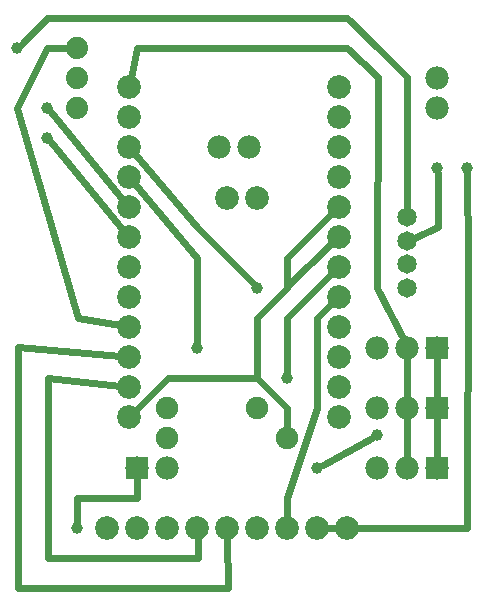
<source format=gbl>
G04 MADE WITH FRITZING*
G04 WWW.FRITZING.ORG*
G04 DOUBLE SIDED*
G04 HOLES PLATED*
G04 CONTOUR ON CENTER OF CONTOUR VECTOR*
%ASAXBY*%
%FSLAX23Y23*%
%MOIN*%
%OFA0B0*%
%SFA1.0B1.0*%
%ADD10C,0.039370*%
%ADD11C,0.074000*%
%ADD12C,0.075000*%
%ADD13C,0.079370*%
%ADD14C,0.078000*%
%ADD15C,0.065000*%
%ADD16R,0.078000X0.078000*%
%ADD17C,0.024000*%
%LNCOPPER0*%
G90*
G70*
G54D10*
X1544Y1430D03*
G54D11*
X244Y1630D03*
X244Y1730D03*
X244Y1830D03*
G54D10*
X144Y1630D03*
X44Y1830D03*
X144Y1530D03*
X244Y230D03*
X644Y830D03*
X944Y730D03*
X844Y1030D03*
X1044Y430D03*
X1244Y538D03*
X1444Y1430D03*
G54D12*
X544Y630D03*
X844Y630D03*
X544Y630D03*
X844Y630D03*
X944Y530D03*
X544Y530D03*
X944Y530D03*
X544Y530D03*
G54D13*
X416Y1699D03*
X416Y1599D03*
X416Y1499D03*
X416Y1399D03*
X416Y1299D03*
X416Y1199D03*
X416Y1099D03*
X416Y999D03*
X416Y899D03*
X416Y799D03*
X416Y699D03*
X416Y599D03*
X1116Y1699D03*
X1116Y1599D03*
X1116Y1499D03*
X1116Y1399D03*
X1116Y1299D03*
X1116Y1199D03*
X1116Y1099D03*
X1116Y999D03*
X1116Y899D03*
X1116Y799D03*
X1116Y699D03*
X1116Y599D03*
G54D14*
X444Y430D03*
X544Y430D03*
G54D13*
X1144Y230D03*
X1044Y230D03*
X944Y230D03*
X844Y230D03*
X744Y230D03*
X644Y230D03*
X544Y230D03*
X444Y230D03*
X344Y230D03*
G54D14*
X1444Y430D03*
X1344Y430D03*
X1244Y430D03*
X1444Y630D03*
X1344Y630D03*
X1244Y630D03*
X1444Y830D03*
X1344Y830D03*
X1244Y830D03*
G54D15*
X1344Y1030D03*
X1344Y1108D03*
X1344Y1187D03*
X1344Y1266D03*
G54D14*
X716Y1499D03*
X816Y1499D03*
X716Y1499D03*
X816Y1499D03*
G54D13*
X744Y1330D03*
X844Y1330D03*
X744Y1330D03*
X844Y1330D03*
G54D14*
X1444Y1730D03*
X1444Y1630D03*
X1444Y1730D03*
X1444Y1630D03*
G54D16*
X444Y430D03*
X1444Y430D03*
X1444Y630D03*
X1444Y830D03*
G54D17*
X1144Y1930D02*
X1245Y1829D01*
D02*
X144Y1930D02*
X1144Y1930D01*
D02*
X1245Y1829D02*
X1343Y1731D01*
D02*
X1343Y1731D02*
X1344Y1289D01*
D02*
X58Y1843D02*
X144Y1930D01*
D02*
X1245Y1731D02*
X1144Y1829D01*
D02*
X1244Y1029D02*
X1245Y1731D01*
D02*
X1144Y1829D02*
X444Y1829D01*
D02*
X444Y1829D02*
X423Y1729D01*
D02*
X1331Y857D02*
X1244Y1029D01*
D02*
X1544Y229D02*
X1075Y230D01*
D02*
X1545Y1129D02*
X1544Y229D01*
D02*
X1544Y1411D02*
X1545Y1129D01*
D02*
X144Y1829D02*
X44Y1629D01*
D02*
X44Y1629D02*
X245Y930D01*
D02*
X245Y930D02*
X386Y905D01*
D02*
X213Y1829D02*
X144Y1829D01*
D02*
X157Y1615D02*
X397Y1323D01*
D02*
X644Y1130D02*
X436Y1376D01*
D02*
X644Y849D02*
X644Y1130D01*
D02*
X644Y1231D02*
X436Y1476D01*
D02*
X745Y1130D02*
X644Y1231D01*
D02*
X831Y1043D02*
X745Y1130D01*
D02*
X157Y1515D02*
X397Y1223D01*
D02*
X45Y29D02*
X45Y831D01*
D02*
X45Y831D02*
X385Y802D01*
D02*
X745Y29D02*
X45Y29D01*
D02*
X744Y199D02*
X745Y29D01*
D02*
X145Y129D02*
X145Y729D01*
D02*
X645Y129D02*
X145Y129D01*
D02*
X145Y729D02*
X386Y702D01*
D02*
X645Y199D02*
X645Y129D01*
D02*
X444Y330D02*
X444Y400D01*
D02*
X244Y330D02*
X444Y330D01*
D02*
X244Y249D02*
X244Y330D01*
D02*
X944Y330D02*
X1044Y629D01*
D02*
X1044Y629D02*
X1044Y930D01*
D02*
X1044Y930D02*
X1094Y978D01*
D02*
X944Y260D02*
X944Y330D01*
D02*
X944Y930D02*
X1094Y1078D01*
D02*
X944Y749D02*
X944Y930D01*
D02*
X1227Y529D02*
X1061Y439D01*
D02*
X1445Y1231D02*
X1445Y1411D01*
D02*
X1366Y1196D02*
X1445Y1231D01*
D02*
X844Y930D02*
X944Y1029D01*
D02*
X944Y1029D02*
X941Y1034D01*
D02*
X844Y729D02*
X844Y930D01*
D02*
X941Y1034D02*
X1094Y1178D01*
D02*
X944Y629D02*
X844Y729D01*
D02*
X944Y558D02*
X944Y629D01*
D02*
X943Y1130D02*
X1094Y1278D01*
D02*
X941Y1034D02*
X943Y1130D01*
D02*
X545Y729D02*
X438Y621D01*
D02*
X844Y729D02*
X545Y729D01*
D02*
X1344Y660D02*
X1344Y800D01*
D02*
X1344Y600D02*
X1344Y460D01*
D02*
X1444Y800D02*
X1444Y660D01*
D02*
X1444Y600D02*
X1444Y460D01*
G04 End of Copper0*
M02*
</source>
